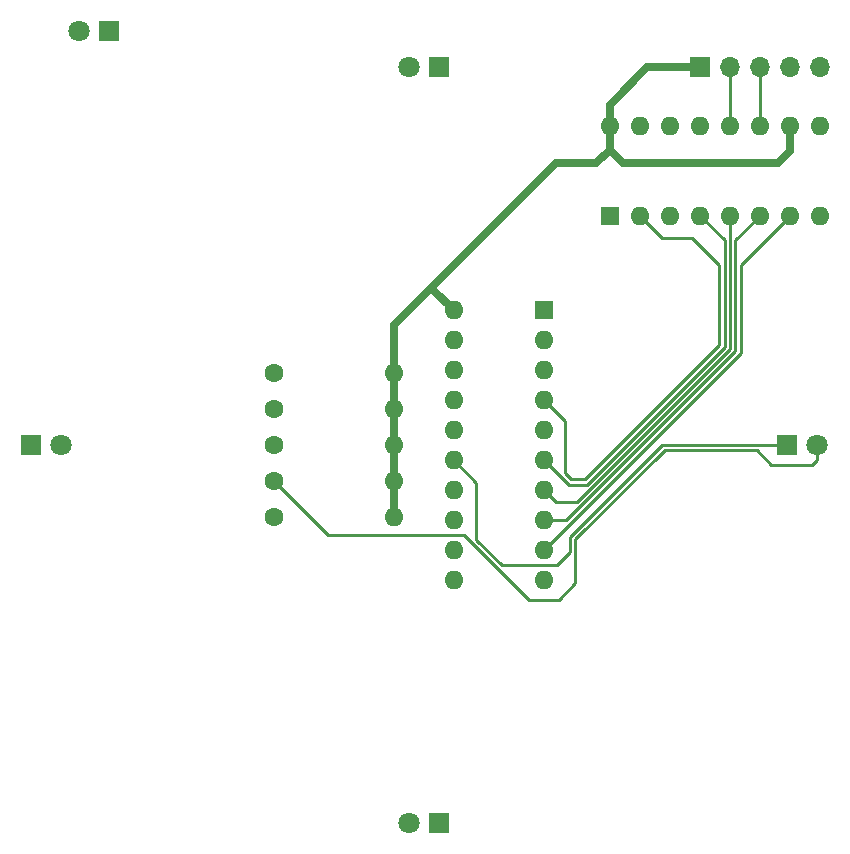
<source format=gtl>
%TF.GenerationSoftware,KiCad,Pcbnew,5.99.0-unknown-3b7f5a3db7~131~ubuntu20.04.1*%
%TF.CreationDate,2021-09-21T13:07:20-05:00*%
%TF.ProjectId,a2600-joystick-vizboard,61323630-302d-46a6-9f79-737469636b2d,rev?*%
%TF.SameCoordinates,Original*%
%TF.FileFunction,Copper,L1,Top*%
%TF.FilePolarity,Positive*%
%FSLAX46Y46*%
G04 Gerber Fmt 4.6, Leading zero omitted, Abs format (unit mm)*
G04 Created by KiCad (PCBNEW 5.99.0-unknown-3b7f5a3db7~131~ubuntu20.04.1) date 2021-09-21 13:07:20*
%MOMM*%
%LPD*%
G01*
G04 APERTURE LIST*
%TA.AperFunction,ComponentPad*%
%ADD10O,1.600000X1.600000*%
%TD*%
%TA.AperFunction,ComponentPad*%
%ADD11R,1.600000X1.600000*%
%TD*%
%TA.AperFunction,ComponentPad*%
%ADD12C,1.600000*%
%TD*%
%TA.AperFunction,ComponentPad*%
%ADD13R,1.700000X1.700000*%
%TD*%
%TA.AperFunction,ComponentPad*%
%ADD14O,1.700000X1.700000*%
%TD*%
%TA.AperFunction,ComponentPad*%
%ADD15R,1.800000X1.800000*%
%TD*%
%TA.AperFunction,ComponentPad*%
%ADD16C,1.800000*%
%TD*%
%TA.AperFunction,Conductor*%
%ADD17C,0.700000*%
%TD*%
%TA.AperFunction,Conductor*%
%ADD18C,0.250000*%
%TD*%
G04 APERTURE END LIST*
D10*
X195566804Y-90297000D03*
X203186804Y-113157000D03*
X195566804Y-92837000D03*
X203186804Y-110617000D03*
X195566804Y-95377000D03*
X203186804Y-108077000D03*
X195566804Y-97917000D03*
X203186804Y-105537000D03*
X195566804Y-100457000D03*
X203186804Y-102997000D03*
X195566804Y-102997000D03*
X203186804Y-100457000D03*
X195566804Y-105537000D03*
X203186804Y-97917000D03*
X195566804Y-108077000D03*
X203186804Y-95377000D03*
X195566804Y-110617000D03*
X203186804Y-92837000D03*
X195566804Y-113157000D03*
D11*
X203186804Y-90297000D03*
X208788000Y-82296000D03*
D10*
X226568000Y-74676000D03*
X211328000Y-82296000D03*
X224028000Y-74676000D03*
X213868000Y-82296000D03*
X221488000Y-74676000D03*
X216408000Y-82296000D03*
X218948000Y-74676000D03*
X218948000Y-82296000D03*
X216408000Y-74676000D03*
X221488000Y-82296000D03*
X213868000Y-74676000D03*
X224028000Y-82296000D03*
X211328000Y-74676000D03*
X226568000Y-82296000D03*
X208788000Y-74676000D03*
D12*
X180322684Y-101727000D03*
D10*
X190482684Y-101727000D03*
D12*
X180322684Y-107823000D03*
D10*
X190482684Y-107823000D03*
D12*
X180322684Y-98679000D03*
D10*
X190482684Y-98679000D03*
D12*
X180322684Y-104775000D03*
D10*
X190482684Y-104775000D03*
D12*
X180322684Y-95631000D03*
D10*
X190482684Y-95631000D03*
D13*
X216408000Y-69723000D03*
D14*
X218948000Y-69723000D03*
X221488000Y-69723000D03*
X224028000Y-69723000D03*
X226568000Y-69723000D03*
D15*
X194315000Y-69723000D03*
D16*
X191775000Y-69723000D03*
D15*
X194315000Y-133731000D03*
D16*
X191775000Y-133731000D03*
X162301000Y-101727000D03*
D15*
X159761000Y-101727000D03*
D16*
X226309000Y-101727000D03*
D15*
X223769000Y-101727000D03*
X166375000Y-66675000D03*
D16*
X163835000Y-66675000D03*
D17*
X193040000Y-89027000D02*
X193675000Y-88392000D01*
X193675000Y-88392000D02*
X194296804Y-87770196D01*
X193675000Y-88405196D02*
X193675000Y-88392000D01*
X195566804Y-90297000D02*
X193675000Y-88405196D01*
X205867000Y-77851000D02*
X204216000Y-77851000D01*
X205867000Y-77851000D02*
X207645000Y-77851000D01*
X204216000Y-77851000D02*
X194296804Y-87770196D01*
X190482684Y-95631000D02*
X190482684Y-91584316D01*
X190482684Y-91584316D02*
X193040000Y-89027000D01*
X207645000Y-77851000D02*
X208788000Y-76708000D01*
D18*
X221488000Y-69723000D02*
X221488000Y-74676000D01*
X204971761Y-99701957D02*
X204971761Y-104113681D01*
X205496040Y-104637960D02*
X206636168Y-104637960D01*
X203186804Y-97917000D02*
X204971761Y-99701957D01*
X215773000Y-84201000D02*
X213233000Y-84201000D01*
X204971761Y-104113681D02*
X205496040Y-104637960D01*
X206636168Y-104637960D02*
X218048960Y-93225168D01*
X218048960Y-86476960D02*
X215773000Y-84201000D01*
X218048960Y-93225168D02*
X218048960Y-86476960D01*
X213233000Y-84201000D02*
X211328000Y-82296000D01*
X205281227Y-105091423D02*
X206818423Y-105091423D01*
X203186804Y-102997000D02*
X205281227Y-105091423D01*
X206818423Y-105091423D02*
X218498480Y-93411366D01*
X218498480Y-93411366D02*
X218498480Y-84386480D01*
X218498480Y-84386480D02*
X216408000Y-82296000D01*
X205992564Y-106553000D02*
X218948000Y-93597564D01*
X203186804Y-105537000D02*
X204202804Y-106553000D01*
X204202804Y-106553000D02*
X205992564Y-106553000D01*
X218948000Y-93597564D02*
X218948000Y-82296000D01*
X219397520Y-84386480D02*
X221488000Y-82296000D01*
X203186804Y-108077000D02*
X205104282Y-108077000D01*
X205104282Y-108077000D02*
X219397520Y-93783762D01*
X219397520Y-93783762D02*
X219397520Y-84386480D01*
X219847040Y-93969960D02*
X219847040Y-86476960D01*
X219847040Y-86476960D02*
X224028000Y-82296000D01*
X204476598Y-109340402D02*
X219847040Y-93969960D01*
X204463402Y-109340402D02*
X204476598Y-109340402D01*
X203186804Y-110617000D02*
X204463402Y-109340402D01*
X218948000Y-74676000D02*
X218948000Y-69723000D01*
D17*
X216408000Y-69723000D02*
X211963000Y-69723000D01*
X211963000Y-69723000D02*
X208788000Y-72898000D01*
X208788000Y-72898000D02*
X208788000Y-74676000D01*
D18*
X195566804Y-102997000D02*
X197485000Y-104915196D01*
X197485000Y-104915196D02*
X197485000Y-109727282D01*
X197485000Y-109727282D02*
X199644718Y-111887000D01*
X199644718Y-111887000D02*
X204343000Y-111887000D01*
X204343000Y-111887000D02*
X205421281Y-110808719D01*
X205421281Y-110808719D02*
X205421281Y-109538001D01*
X205421281Y-109538001D02*
X213232283Y-101727000D01*
X213232283Y-101727000D02*
X223769000Y-101727000D01*
X180322684Y-104775000D02*
X184894684Y-109347000D01*
X221234000Y-102176520D02*
X222435480Y-103378000D01*
X184894684Y-109347000D02*
X196469000Y-109347000D01*
X196469000Y-109347000D02*
X201930000Y-114808000D01*
X205870801Y-109724199D02*
X213418480Y-102176520D01*
X201930000Y-114808000D02*
X204470000Y-114808000D01*
X204470000Y-114808000D02*
X205870801Y-113407199D01*
X205870801Y-113407199D02*
X205870801Y-109724199D01*
X222435480Y-103378000D02*
X225933000Y-103378000D01*
X213418480Y-102176520D02*
X221234000Y-102176520D01*
X226309000Y-103002000D02*
X226309000Y-101727000D01*
X225933000Y-103378000D02*
X226309000Y-103002000D01*
D17*
X208788000Y-76581000D02*
X208788000Y-74676000D01*
X223012000Y-77851000D02*
X209931000Y-77851000D01*
X208788000Y-76581000D02*
X208788000Y-76708000D01*
X208788000Y-76708000D02*
X209931000Y-77851000D01*
X224028000Y-74676000D02*
X224028000Y-76835000D01*
X224028000Y-76835000D02*
X223012000Y-77851000D01*
X190482684Y-98679000D02*
X190482684Y-95631000D01*
X190482684Y-101727000D02*
X190482684Y-98679000D01*
X190482684Y-104775000D02*
X190482684Y-101727000D01*
X190482684Y-107823000D02*
X190482684Y-104775000D01*
M02*

</source>
